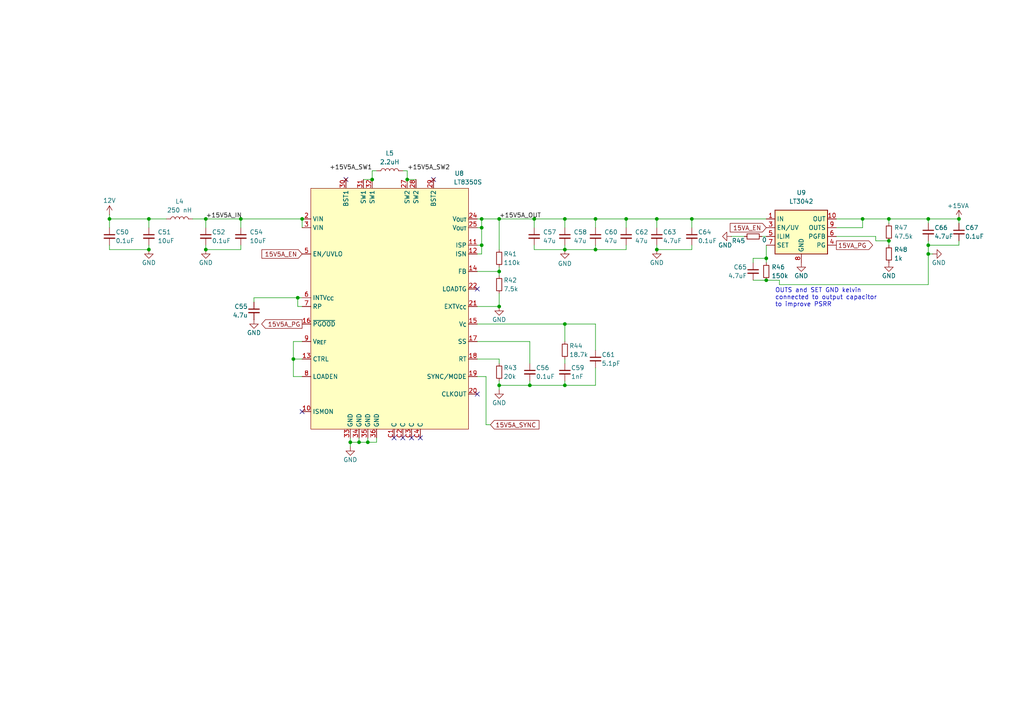
<source format=kicad_sch>
(kicad_sch (version 20250114) (generator "eeschema") (generator_version "9.0")
  (paper "A4")
  (title_block (title "4 channel ADC Module") (date "2025-04-18") (rev "0.1") (company "NOIRLab") (comment 1 "Design: Braulio Cancino Vera - braulio.cancino@noirlab.edu"))
  (lib_symbols
    (symbol "Device:C_Small" (pin_numbers (hide yes)) (pin_names (offset 0.254) (hide yes))
      (property "Reference" "C" (at 0.254 1.778 0))
      (property "Value" "C_Small" (at 0.254 -2.032 0))
      (symbol "C_Small_0_1"
        (polyline (pts (xy -1.524 0.508) (xy 1.524 0.508)) (stroke (width 0.3048)))
        (polyline (pts (xy -1.524 -0.508) (xy 1.524 -0.508)) (stroke (width 0.3302)))
      )
      (symbol "C_Small_1_1"
        (pin passive line (at 0 2.54 270) (length 2.032) (name "~") (number "1"))
        (pin passive line (at 0 -2.54 90) (length 2.032) (name "~") (number "2"))
      )
    )
    (symbol "Device:L" (pin_numbers (hide yes)) (pin_names (offset 1.016) (hide yes))
      (property "Reference" "L" (at -1.27 0 90))
      (property "Value" "L" (at 1.905 0 90))
      (symbol "L_0_1"
        (arc (start 0 2.54) (mid 0.6323 1.905) (end 0 1.27))
        (arc (start 0 1.27) (mid 0.6323 0.635) (end 0 0))
        (arc (start 0 0) (mid 0.6323 -0.635) (end 0 -1.27))
        (arc (start 0 -1.27) (mid 0.6323 -1.905) (end 0 -2.54))
      )
      (symbol "L_1_1"
        (pin passive line (at 0 3.81 270) (length 1.27) (name "1") (number "1"))
        (pin passive line (at 0 -3.81 90) (length 1.27) (name "2") (number "2"))
      )
    )
    (symbol "Device:R_Small" (pin_numbers (hide yes)) (pin_names (offset 0.254) (hide yes))
      (property "Reference" "R" (at 0.762 0.508 0))
      (property "Value" "R_Small" (at 0.762 -1.016 0))
      (symbol "R_Small_0_1"
        (rectangle (start -0.762 1.778) (end 0.762 -1.778) (stroke (width 0.2032)))
      )
      (symbol "R_Small_1_1"
        (pin passive line (at 0 2.54 270) (length 0.762) (name "~") (number "1"))
        (pin passive line (at 0 -2.54 90) (length 0.762) (name "~") (number "2"))
      )
    )
    (symbol "Regulator_Linear:LT3042xMSE"
      (property "Reference" "U" (at -6.35 6.35 0))
      (property "Value" "LT3042xMSE" (at 1.27 6.35 0))
      (symbol "LT3042xMSE_0_1"
        (rectangle (start -7.62 5.08) (end 7.62 -7.62) (stroke (width 0.254)) (fill (type background)))
      )
      (symbol "LT3042xMSE_1_1"
        (pin power_in line (at -10.16 2.54 0) (length 2.54) (name "IN") (number "1"))
        (pin passive line (at -10.16 2.54 0) (length 2.54) (hide yes) (name "IN") (number "2"))
        (pin input line (at -10.16 0 0) (length 2.54) (name "EN/UV") (number "3"))
        (pin passive line (at -10.16 -2.54 0) (length 2.54) (name "ILIM") (number "5"))
        (pin passive line (at -10.16 -5.08 0) (length 2.54) (name "SET") (number "7"))
        (pin passive line (at 0 -10.16 90) (length 2.54) (hide yes) (name "GND") (number "11"))
        (pin power_in line (at 0 -10.16 90) (length 2.54) (name "GND") (number "8"))
        (pin power_out line (at 10.16 2.54 180) (length 2.54) (name "OUT") (number "10"))
        (pin input line (at 10.16 0 180) (length 2.54) (name "OUTS") (number "9"))
        (pin input line (at 10.16 -2.54 180) (length 2.54) (name "PGFB") (number "6"))
        (pin open_collector line (at 10.16 -5.08 180) (length 2.54) (name "PG") (number "4"))
      )
    )
    (symbol "lib:LT8350S"
      (property "Reference" "U?" (at 1.778 -51.562 0))
      (property "Value" "LT8350S" (at 3.556 -54.61 0))
      (symbol "LT8350S_1_1"
        (rectangle (start -22.86 31.75) (end 22.86 -38.1) (fill (type background)))
        (pin power_in line (at -25.4 22.86 0) (length 2.54) (name "VIN") (number "2"))
        (pin power_in line (at -25.4 20.32 0) (length 2.54) (name "VIN") (number "3"))
        (pin input line (at -25.4 12.7 0) (length 2.54) (name "EN/UVLO") (number "5"))
        (pin output line (at -25.4 0 0) (length 2.54) (name "INTV_{CC}") (number "6"))
        (pin passive line (at -25.4 -2.54 0) (length 2.54) (name "RP") (number "7"))
        (pin open_collector line (at -25.4 -7.62 0) (length 2.54) (name "~{PGOOD}") (number "16"))
        (pin output line (at -25.4 -12.7 0) (length 2.54) (name "V_{REF}") (number "9"))
        (pin input line (at -25.4 -17.78 0) (length 2.54) (name "CTRL") (number "13"))
        (pin input line (at -25.4 -22.86 0) (length 2.54) (name "LOADEN") (number "8"))
        (pin output line (at -25.4 -33.02 0) (length 2.54) (name "ISMON") (number "10"))
        (pin no_connect line (at -12.7 34.29 270) (length 2.54) (name "BST1") (number "30"))
        (pin power_in line (at -11.43 -40.64 90) (length 2.54) (name "GND") (number "33"))
        (pin power_in line (at -8.89 -40.64 90) (length 2.54) (name "GND") (number "34"))
        (pin output line (at -7.62 34.29 270) (length 2.54) (name "SW1") (number "31"))
        (pin power_in line (at -6.35 -40.64 90) (length 2.54) (name "GND") (number "35"))
        (pin output line (at -5.08 34.29 270) (length 2.54) (name "SW1") (number "32"))
        (pin power_in line (at -3.81 -40.64 90) (length 2.54) (name "GND") (number "36"))
        (pin free line (at 1.27 -40.64 90) (length 2.54) (name "C") (number "C1"))
        (pin free line (at 3.81 -40.64 90) (length 2.54) (name "C") (number "C2"))
        (pin output line (at 5.08 34.29 270) (length 2.54) (name "SW2") (number "27"))
        (pin free line (at 6.35 -40.64 90) (length 2.54) (name "C") (number "C3"))
        (pin output line (at 7.62 34.29 270) (length 2.54) (name "SW2") (number "28"))
        (pin free line (at 8.89 -40.64 90) (length 2.54) (name "C") (number "C4"))
        (pin no_connect line (at 12.7 34.29 270) (length 2.54) (name "BST2") (number "29"))
        (pin power_out line (at 25.4 22.86 180) (length 2.54) (name "V_{OUT}") (number "24"))
        (pin power_out line (at 25.4 20.32 180) (length 2.54) (name "V_{OUT}") (number "25"))
        (pin input line (at 25.4 15.24 180) (length 2.54) (name "ISP") (number "11"))
        (pin input line (at 25.4 12.7 180) (length 2.54) (name "ISN") (number "12"))
        (pin input line (at 25.4 7.62 180) (length 2.54) (name "FB") (number "14"))
        (pin output line (at 25.4 2.54 180) (length 2.54) (name "LOADTG") (number "22"))
        (pin input line (at 25.4 -2.54 180) (length 2.54) (name "EXTV_{CC}") (number "21"))
        (pin input line (at 25.4 -7.62 180) (length 2.54) (name "V_{C}") (number "15"))
        (pin input line (at 25.4 -12.7 180) (length 2.54) (name "SS") (number "17"))
        (pin input line (at 25.4 -17.78 180) (length 2.54) (name "RT") (number "18"))
        (pin input line (at 25.4 -22.86 180) (length 2.54) (name "SYNC/MODE") (number "19"))
        (pin output line (at 25.4 -27.94 180) (length 2.54) (name "CLKOUT") (number "20"))
      )
    )
    (symbol "power:+12V" (power) (pin_numbers (hide yes)) (pin_names (offset 0) (hide yes))
      (property "Value" "+12V" (at 0 3.556 0))
      (symbol "+12V_0_1"
        (polyline (pts (xy -0.762 1.27) (xy 0 2.54)))
        (polyline (pts (xy 0 2.54) (xy 0.762 1.27)))
        (polyline (pts (xy 0 0) (xy 0 2.54)))
      )
      (symbol "+12V_1_1"
        (pin power_in line (at 0 0 90) (length 0) (name "~") (number "1"))
      )
    )
    (symbol "power:GND" (power) (pin_numbers (hide yes)) (pin_names (offset 0) (hide yes))
      (property "Value" "GND" (at 0 -3.81 0))
      (symbol "GND_0_1"
        (polyline (pts (xy 0 0) (xy 0 -1.27) (xy 1.27 -1.27) (xy 0 -2.54) (xy -1.27 -1.27) (xy 0 -1.27)))
      )
      (symbol "GND_1_1"
        (pin power_in line (at 0 0 270) (length 0) (name "~") (number "1"))
      )
    )
  )
  (text "OUTS and SET GND kelvin \nconnected to output capacitor\nto improve PSRR" (at 224.79 86.36 0) (effects (font (size 1.27 1.27)) (justify left)))
  (junction (at 139.7 63.5))
  (junction (at 118.11 52.07))
  (junction (at 163.83 93.98))
  (junction (at 172.72 63.5))
  (junction (at 257.81 69.85))
  (junction (at 87.63 63.5))
  (junction (at 154.94 63.5))
  (junction (at 257.81 63.5))
  (junction (at 269.24 71.12))
  (junction (at 144.78 111.76))
  (junction (at 163.83 63.5))
  (junction (at 43.18 63.5))
  (junction (at 104.14 128.27))
  (junction (at 101.6 128.27))
  (junction (at 139.7 66.04))
  (junction (at 43.18 72.39))
  (junction (at 107.95 52.07))
  (junction (at 190.5 63.5))
  (junction (at 269.24 73.66))
  (junction (at 31.75 63.5))
  (junction (at 190.5 72.39))
  (junction (at 59.69 63.5))
  (junction (at 69.85 63.5))
  (junction (at 144.78 63.5))
  (junction (at 85.09 104.14))
  (junction (at 86.36 86.36))
  (junction (at 163.83 111.76))
  (junction (at 144.78 88.9))
  (junction (at 144.78 78.74))
  (junction (at 172.72 72.39))
  (junction (at 163.83 72.39))
  (junction (at 181.61 63.5))
  (junction (at 278.13 63.5))
  (junction (at 59.69 72.39))
  (junction (at 222.25 74.93))
  (junction (at 222.25 81.28))
  (junction (at 106.68 128.27))
  (junction (at 153.67 111.76))
  (junction (at 250.19 63.5))
  (junction (at 139.7 71.12))
  (junction (at 200.66 63.5))
  (junction (at 269.24 63.5))
  (no_connect (at 121.92 127))
  (no_connect (at 119.38 127))
  (no_connect (at 100.33 52.07))
  (no_connect (at 114.3 127))
  (no_connect (at 138.43 83.82))
  (no_connect (at 116.84 127))
  (no_connect (at 125.73 52.07))
  (no_connect (at 138.43 114.3))
  (no_connect (at 87.63 119.38))
  (wire (pts (xy 250.19 66.04) (xy 250.19 63.5)))
  (wire (pts (xy 144.78 113.03) (xy 144.78 111.76)))
  (wire (pts (xy 139.7 63.5) (xy 144.78 63.5)))
  (wire (pts (xy 172.72 72.39) (xy 181.61 72.39)))
  (wire (pts (xy 250.19 63.5) (xy 257.81 63.5)))
  (wire (pts (xy 144.78 63.5) (xy 154.94 63.5)))
  (wire (pts (xy 163.83 111.76) (xy 172.72 111.76)))
  (wire (pts (xy 144.78 85.09) (xy 144.78 88.9)))
  (wire (pts (xy 86.36 88.9) (xy 87.63 88.9)))
  (wire (pts (xy 269.24 82.55) (xy 269.24 73.66)))
  (wire (pts (xy 144.78 105.41) (xy 144.78 104.14)))
  (wire (pts (xy 257.81 63.5) (xy 269.24 63.5)))
  (wire (pts (xy 269.24 71.12) (xy 269.24 73.66)))
  (wire (pts (xy 59.69 63.5) (xy 69.85 63.5)))
  (wire (pts (xy 200.66 66.04) (xy 200.66 63.5)))
  (wire (pts (xy 254 69.85) (xy 257.81 69.85)))
  (wire (pts (xy 138.43 63.5) (xy 139.7 63.5)))
  (wire (pts (xy 69.85 63.5) (xy 87.63 63.5)))
  (wire (pts (xy 142.24 123.19) (xy 140.97 123.19)))
  (wire (pts (xy 222.25 71.12) (xy 222.25 74.93)))
  (wire (pts (xy 107.95 49.53) (xy 109.22 49.53)))
  (wire (pts (xy 257.81 71.12) (xy 257.81 69.85)))
  (wire (pts (xy 153.67 111.76) (xy 163.83 111.76)))
  (wire (pts (xy 190.5 63.5) (xy 200.66 63.5)))
  (wire (pts (xy 144.78 80.01) (xy 144.78 78.74)))
  (wire (pts (xy 139.7 66.04) (xy 139.7 71.12)))
  (wire (pts (xy 59.69 71.12) (xy 59.69 72.39)))
  (wire (pts (xy 118.11 52.07) (xy 120.65 52.07)))
  (wire (pts (xy 163.83 105.41) (xy 163.83 104.14)))
  (wire (pts (xy 106.68 127) (xy 106.68 128.27)))
  (wire (pts (xy 140.97 109.22) (xy 138.43 109.22)))
  (wire (pts (xy 172.72 63.5) (xy 181.61 63.5)))
  (wire (pts (xy 154.94 63.5) (xy 154.94 66.04)))
  (wire (pts (xy 144.78 111.76) (xy 144.78 110.49)))
  (wire (pts (xy 101.6 129.54) (xy 101.6 128.27)))
  (wire (pts (xy 218.44 74.93) (xy 222.25 74.93)))
  (wire (pts (xy 31.75 71.12) (xy 31.75 72.39)))
  (wire (pts (xy 218.44 76.2) (xy 218.44 74.93)))
  (wire (pts (xy 138.43 66.04) (xy 139.7 66.04)))
  (wire (pts (xy 31.75 62.23) (xy 31.75 63.5)))
  (wire (pts (xy 87.63 109.22) (xy 85.09 109.22)))
  (wire (pts (xy 31.75 63.5) (xy 43.18 63.5)))
  (wire (pts (xy 87.63 63.5) (xy 87.63 66.04)))
  (wire (pts (xy 226.06 82.55) (xy 269.24 82.55)))
  (wire (pts (xy 163.83 63.5) (xy 163.83 66.04)))
  (wire (pts (xy 163.83 99.06) (xy 163.83 93.98)))
  (wire (pts (xy 43.18 71.12) (xy 43.18 72.39)))
  (wire (pts (xy 163.83 71.12) (xy 163.83 72.39)))
  (wire (pts (xy 163.83 110.49) (xy 163.83 111.76)))
  (wire (pts (xy 85.09 109.22) (xy 85.09 104.14)))
  (wire (pts (xy 215.9 68.58) (xy 212.09 68.58)))
  (wire (pts (xy 59.69 63.5) (xy 59.69 66.04)))
  (wire (pts (xy 138.43 71.12) (xy 139.7 71.12)))
  (wire (pts (xy 85.09 104.14) (xy 85.09 99.06)))
  (wire (pts (xy 154.94 71.12) (xy 154.94 72.39)))
  (wire (pts (xy 163.83 93.98) (xy 172.72 93.98)))
  (wire (pts (xy 105.41 52.07) (xy 107.95 52.07)))
  (wire (pts (xy 31.75 72.39) (xy 43.18 72.39)))
  (wire (pts (xy 43.18 63.5) (xy 43.18 66.04)))
  (wire (pts (xy 118.11 49.53) (xy 118.11 52.07)))
  (wire (pts (xy 172.72 72.39) (xy 172.72 71.12)))
  (wire (pts (xy 172.72 101.6) (xy 172.72 93.98)))
  (wire (pts (xy 73.66 86.36) (xy 86.36 86.36)))
  (wire (pts (xy 200.66 63.5) (xy 222.25 63.5)))
  (wire (pts (xy 172.72 106.68) (xy 172.72 111.76)))
  (wire (pts (xy 104.14 127) (xy 104.14 128.27)))
  (wire (pts (xy 269.24 73.66) (xy 270.51 73.66)))
  (wire (pts (xy 172.72 63.5) (xy 172.72 66.04)))
  (wire (pts (xy 144.78 63.5) (xy 144.78 72.39)))
  (wire (pts (xy 190.5 63.5) (xy 190.5 66.04)))
  (wire (pts (xy 163.83 93.98) (xy 138.43 93.98)))
  (wire (pts (xy 242.57 68.58) (xy 254 68.58)))
  (wire (pts (xy 69.85 71.12) (xy 69.85 72.39)))
  (wire (pts (xy 181.61 63.5) (xy 190.5 63.5)))
  (wire (pts (xy 73.66 86.36) (xy 73.66 87.63)))
  (wire (pts (xy 153.67 105.41) (xy 153.67 99.06)))
  (wire (pts (xy 104.14 128.27) (xy 106.68 128.27)))
  (wire (pts (xy 163.83 72.39) (xy 172.72 72.39)))
  (wire (pts (xy 278.13 69.85) (xy 278.13 71.12)))
  (wire (pts (xy 154.94 72.39) (xy 163.83 72.39)))
  (wire (pts (xy 138.43 73.66) (xy 139.7 73.66)))
  (wire (pts (xy 139.7 71.12) (xy 139.7 73.66)))
  (wire (pts (xy 269.24 69.85) (xy 269.24 71.12)))
  (wire (pts (xy 138.43 78.74) (xy 144.78 78.74)))
  (wire (pts (xy 254 68.58) (xy 254 69.85)))
  (wire (pts (xy 222.25 81.28) (xy 226.06 81.28)))
  (wire (pts (xy 139.7 63.5) (xy 139.7 66.04)))
  (wire (pts (xy 86.36 86.36) (xy 86.36 88.9)))
  (wire (pts (xy 116.84 49.53) (xy 118.11 49.53)))
  (wire (pts (xy 138.43 88.9) (xy 144.78 88.9)))
  (wire (pts (xy 43.18 63.5) (xy 48.26 63.5)))
  (wire (pts (xy 59.69 72.39) (xy 69.85 72.39)))
  (wire (pts (xy 181.61 63.5) (xy 181.61 66.04)))
  (wire (pts (xy 87.63 104.14) (xy 85.09 104.14)))
  (wire (pts (xy 181.61 71.12) (xy 181.61 72.39)))
  (wire (pts (xy 55.88 63.5) (xy 59.69 63.5)))
  (wire (pts (xy 226.06 81.28) (xy 226.06 82.55)))
  (wire (pts (xy 278.13 63.5) (xy 278.13 64.77)))
  (wire (pts (xy 85.09 99.06) (xy 87.63 99.06)))
  (wire (pts (xy 190.5 72.39) (xy 200.66 72.39)))
  (wire (pts (xy 138.43 99.06) (xy 153.67 99.06)))
  (wire (pts (xy 242.57 63.5) (xy 250.19 63.5)))
  (wire (pts (xy 200.66 71.12) (xy 200.66 72.39)))
  (wire (pts (xy 144.78 111.76) (xy 153.67 111.76)))
  (wire (pts (xy 31.75 66.04) (xy 31.75 63.5)))
  (wire (pts (xy 138.43 104.14) (xy 144.78 104.14)))
  (wire (pts (xy 163.83 63.5) (xy 172.72 63.5)))
  (wire (pts (xy 87.63 86.36) (xy 86.36 86.36)))
  (wire (pts (xy 222.25 74.93) (xy 222.25 76.2)))
  (wire (pts (xy 269.24 63.5) (xy 278.13 63.5)))
  (wire (pts (xy 101.6 128.27) (xy 104.14 128.27)))
  (wire (pts (xy 154.94 63.5) (xy 163.83 63.5)))
  (wire (pts (xy 278.13 71.12) (xy 269.24 71.12)))
  (wire (pts (xy 190.5 72.39) (xy 190.5 71.12)))
  (wire (pts (xy 153.67 111.76) (xy 153.67 110.49)))
  (wire (pts (xy 140.97 123.19) (xy 140.97 109.22)))
  (wire (pts (xy 144.78 77.47) (xy 144.78 78.74)))
  (wire (pts (xy 220.98 68.58) (xy 222.25 68.58)))
  (wire (pts (xy 69.85 66.04) (xy 69.85 63.5)))
  (wire (pts (xy 257.81 64.77) (xy 257.81 63.5)))
  (wire (pts (xy 109.22 127) (xy 109.22 128.27)))
  (wire (pts (xy 242.57 66.04) (xy 250.19 66.04)))
  (wire (pts (xy 106.68 128.27) (xy 109.22 128.27)))
  (wire (pts (xy 269.24 64.77) (xy 269.24 63.5)))
  (wire (pts (xy 101.6 128.27) (xy 101.6 127)))
  (wire (pts (xy 107.95 52.07) (xy 107.95 49.53)))
  (wire (pts (xy 218.44 81.28) (xy 222.25 81.28)))
  (label "+15V5A_OUT" (at 144.78 63.5 0))
  (label "+15V5A_IN" (at 59.69 63.5 0))
  (label "+15V5A_SW2" (at 118.11 49.53 0))
  (label "+15V5A_SW1" (at 107.95 49.53 180))
  (global_label "15VA_PG" (shape output) (at 242.57 71.12 0) (property "Intersheetrefs" "${INTERSHEET_REFS}" (effects (hide yes))))
  (global_label "15V5A_EN" (shape input) (at 87.63 73.66 180) (property "Intersheetrefs" "${INTERSHEET_REFS}" (effects (hide yes))))
  (global_label "15V5A_PG" (shape output) (at 87.63 93.98 180) (property "Intersheetrefs" "${INTERSHEET_REFS}" (effects (hide yes))))
  (global_label "15V5A_SYNC" (shape input) (at 142.24 123.19 0) (property "Intersheetrefs" "${INTERSHEET_REFS}" (effects (hide yes))))
  (global_label "15VA_EN" (shape input) (at 222.25 66.04 180) (property "Intersheetrefs" "${INTERSHEET_REFS}" (effects (hide yes))))
  (symbol (lib_id "Device:C_Small") (at 190.5 68.58 0) (unit 1)
    (property "Reference" "C63" (at 192.278 67.31 0) (effects (justify left)))
    (property "Value" "4.7uF" (at 192.278 69.85 0) (effects (justify left)))
    (property "Footprint" "Capacitor_SMD:C_1206_3216Metric" (effects (hide yes)))
    (property "Description" "4.7 µF ±10% 100V Ceramic Capacitor X7R 1206 (3216 Metric)" (effects (hide yes)))
    (property "M" "MURATA" (effects (hide yes)))
    (property "MPN" "GRM31CZ72A475KE11L" (effects (hide yes)))
  )
  (symbol (lib_id "Device:C_Small") (at 163.83 107.95 0) (unit 1)
    (property "Reference" "C59" (at 165.608 106.68 0) (effects (justify left)))
    (property "Value" "1nF" (at 165.608 109.22 0) (effects (justify left)))
    (property "Footprint" "Capacitor_SMD:C_0603_1608Metric" (effects (hide yes)))
    (property "Description" "1000 pF ±5% 100V Ceramic Capacitor C0G, NP0 0603 (1608 Metric)" (effects (hide yes)))
    (property "M" "MURATA" (effects (hide yes)))
    (property "MPN" "GCM1885C2A102JA16D" (effects (hide yes)))
  )
  (symbol (lib_id "power:GND") (at 144.78 113.03 0) (unit 1)
    (property "Reference" "#PWR088" (effects (hide yes)))
    (property "Value" "GND" (at 144.78 116.84 0))
    (property "Description" "Power symbol creates a global label with name \"GND\" , ground" (effects (hide yes)))
  )
  (symbol (lib_id "Device:R_Small") (at 257.81 73.66 0) (mirror y) (unit 1)
    (property "Reference" "R48" (at 259.334 72.39 0) (effects (justify right)))
    (property "Value" "1k" (at 259.334 74.93 0) (effects (justify right)))
    (property "Footprint" "Resistor_SMD:R_0603_1608Metric" (effects (hide yes)))
    (property "Description" "1 kOhms ±1% 0.1W, 1/10W Chip Resistor 0603 (1608 Metric) Automotive AEC-Q200 Thick Film" (effects (hide yes)))
    (property "M" "VISHAY" (effects (hide yes)))
    (property "MPN" "CRCW06031K00FKEA" (effects (hide yes)))
  )
  (symbol (lib_id "power:+12V") (at 278.13 63.5 0) (unit 1)
    (property "Reference" "#PWR095" (effects (hide yes)))
    (property "Value" "+15VA" (at 277.876 59.69 0))
    (property "Description" "Power symbol creates a global label with name \"+12V\"" (effects (hide yes)))
  )
  (symbol (lib_id "Device:C_Small") (at 181.61 68.58 0) (unit 1)
    (property "Reference" "C62" (at 184.15 67.3162 0) (effects (justify left)))
    (property "Value" "47u" (at 184.15 69.8562 0) (effects (justify left)))
    (property "Footprint" "Capacitor_SMD:C_1210_3225Metric" (effects (hide yes)))
    (property "Description" "47 µF ±20% 25V Ceramic Capacitor X5R 1210 (3225 Metric)" (effects (hide yes)))
    (property "M" "TAIYO YUDEN" (effects (hide yes)))
    (property "MPN" "TMK325ABJ476MM-P" (effects (hide yes)))
  )
  (symbol (lib_id "power:GND") (at 212.09 68.58 270) (unit 1)
    (property "Reference" "#PWR091" (effects (hide yes)))
    (property "Value" "GND" (at 210.312 71.12 90))
    (property "Description" "Power symbol creates a global label with name \"GND\" , ground" (effects (hide yes)))
  )
  (symbol (lib_id "Device:C_Small") (at 163.83 68.58 0) (unit 1)
    (property "Reference" "C58" (at 166.37 67.3162 0) (effects (justify left)))
    (property "Value" "47u" (at 166.37 69.8562 0) (effects (justify left)))
    (property "Footprint" "Capacitor_SMD:C_1210_3225Metric" (effects (hide yes)))
    (property "Description" "47 µF ±20% 25V Ceramic Capacitor X5R 1210 (3225 Metric)" (effects (hide yes)))
    (property "M" "TAIYO YUDEN" (effects (hide yes)))
    (property "MPN" "TMK325ABJ476MM-P" (effects (hide yes)))
  )
  (symbol (lib_id "Device:L") (at 52.07 63.5 90) (unit 1)
    (property "Reference" "L4" (at 52.07 58.42 90))
    (property "Value" "250 nH" (at 52.07 60.96 90))
    (property "Footprint" "Inductor_SMD:L_1210_3225Metric" (effects (hide yes)))
    (property "Description" "250 nH Unshielded Molded Inductor 9.35 A 31mOhm Max 1210 (3225 Metric)" (effects (hide yes)))
    (property "M" "WURTH ELEKTRONIK" (effects (hide yes)))
    (property "MPN" "74479290125" (effects (hide yes)))
  )
  (symbol (lib_id "Device:L") (at 113.03 49.53 90) (unit 1)
    (property "Reference" "L5" (at 113.03 44.45 90))
    (property "Value" "2.2uH" (at 113.03 46.99 90))
    (property "Footprint" "lib:XGL1313" (effects (hide yes)))
    (property "Description" "2.2 µH Shielded Molded Inductor 45.1 A 1.6mOhm Max 2-SMD" (effects (hide yes)))
    (property "M" "COILCRAFT" (effects (hide yes)))
    (property "MPN" "XGL1313-222MED" (effects (hide yes)))
  )
  (symbol (lib_id "power:GND") (at 144.78 88.9 0) (unit 1)
    (property "Reference" "#PWR087" (effects (hide yes)))
    (property "Value" "GND" (at 144.78 92.71 0))
    (property "Description" "Power symbol creates a global label with name \"GND\" , ground" (effects (hide yes)))
  )
  (symbol (lib_id "power:GND") (at 43.18 72.39 0) (unit 1)
    (property "Reference" "#PWR082" (effects (hide yes)))
    (property "Value" "GND" (at 43.18 76.2 0))
    (property "Description" "Power symbol creates a global label with name \"GND\" , ground" (effects (hide yes)))
  )
  (symbol (lib_id "Device:C_Small") (at 59.69 68.58 0) (unit 1)
    (property "Reference" "C52" (at 61.468 67.31 0) (effects (justify left)))
    (property "Value" "0.1uF" (at 61.468 69.85 0) (effects (justify left)))
    (property "Footprint" "Capacitor_SMD:C_0402_1005Metric" (effects (hide yes)))
    (property "Description" "0.1 µF ±10% 50V Ceramic Capacitor X7R 0402 (1005 Metric)" (effects (hide yes)))
    (property "M" "MURATA" (effects (hide yes)))
    (property "MPN" "GCM155R71H104KE02J" (effects (hide yes)))
  )
  (symbol (lib_id "Device:C_Small") (at 43.18 68.58 0) (unit 1)
    (property "Reference" "C51" (at 45.72 67.3162 0) (effects (justify left)))
    (property "Value" "10uF" (at 45.72 69.8562 0) (effects (justify left)))
    (property "Footprint" "Capacitor_SMD:C_1206_3216Metric" (effects (hide yes)))
    (property "Description" "10 µF ±10% 35V Ceramic Capacitor X7R 1206 (3216 Metric)" (effects (hide yes)))
    (property "M" "TAIYO" (effects (hide yes)))
    (property "MPN" "GMK316AB7106KL-TR" (effects (hide yes)))
  )
  (symbol (lib_id "Device:R_Small") (at 144.78 82.55 0) (unit 1)
    (property "Reference" "R42" (at 146.05 81.28 0) (effects (justify left)))
    (property "Value" "7.5k" (at 146.05 83.82 0) (effects (justify left)))
    (property "Footprint" "Resistor_SMD:R_0603_1608Metric" (effects (hide yes)))
    (property "Description" "7.5 kOhms ±1% 0.1W, 1/10W Chip Resistor 0603 (1608 Metric) Automotive AEC-Q200 Thick Film" (effects (hide yes)))
    (property "M" "VISHAY" (effects (hide yes)))
    (property "MPN" "CRCW06037K50FKEA" (effects (hide yes)))
  )
  (symbol (lib_id "power:GND") (at 257.81 76.2 0) (unit 1)
    (property "Reference" "#PWR093" (effects (hide yes)))
    (property "Value" "GND" (at 257.81 80.01 0))
    (property "Description" "Power symbol creates a global label with name \"GND\" , ground" (effects (hide yes)))
  )
  (symbol (lib_id "Device:R_Small") (at 257.81 67.31 0) (mirror y) (unit 1)
    (property "Reference" "R47" (at 259.334 66.04 0) (effects (justify right)))
    (property "Value" "47.5k" (at 259.334 68.58 0) (effects (justify right)))
    (property "Footprint" "Resistor_SMD:R_0603_1608Metric" (effects (hide yes)))
    (property "Description" "47.5 kOhms ±1% 0.1W, 1/10W Chip Resistor 0603 (1608 Metric) Automotive AEC-Q200 Thick Film" (effects (hide yes)))
    (property "M" "VISHAY" (effects (hide yes)))
    (property "MPN" "CRCW060347K5FKEA" (effects (hide yes)))
  )
  (symbol (lib_id "power:GND") (at 163.83 72.39 0) (unit 1)
    (property "Reference" "#PWR089" (effects (hide yes)))
    (property "Value" "GND" (at 163.83 76.454 0))
    (property "Description" "Power symbol creates a global label with name \"GND\" , ground" (effects (hide yes)))
  )
  (symbol (lib_id "Device:C_Small") (at 154.94 68.58 0) (unit 1)
    (property "Reference" "C57" (at 157.48 67.3162 0) (effects (justify left)))
    (property "Value" "47u" (at 157.48 69.8562 0) (effects (justify left)))
    (property "Footprint" "Capacitor_SMD:C_1210_3225Metric" (effects (hide yes)))
    (property "Description" "47 µF ±20% 25V Ceramic Capacitor X5R 1210 (3225 Metric)" (effects (hide yes)))
    (property "M" "TAIYO YUDEN" (effects (hide yes)))
    (property "MPN" "TMK325ABJ476MM-P" (effects (hide yes)))
  )
  (symbol (lib_id "power:GND") (at 101.6 129.54 0) (unit 1)
    (property "Reference" "#PWR086" (effects (hide yes)))
    (property "Value" "GND" (at 101.6 133.35 0))
    (property "Description" "Power symbol creates a global label with name \"GND\" , ground" (effects (hide yes)))
  )
  (symbol (lib_id "Device:C_Small") (at 269.24 67.31 0) (unit 1)
    (property "Reference" "C66" (at 271.018 66.04 0) (effects (justify left)))
    (property "Value" "4.7uF" (at 271.018 68.58 0) (effects (justify left)))
    (property "Footprint" "Capacitor_SMD:C_1206_3216Metric" (effects (hide yes)))
    (property "Description" "4.7 µF ±10% 100V Ceramic Capacitor X7R 1206 (3216 Metric)" (effects (hide yes)))
    (property "M" "MURATA" (effects (hide yes)))
    (property "MPN" "GRM31CZ72A475KE11L" (effects (hide yes)))
  )
  (symbol (lib_id "Device:C_Small") (at 73.66 90.17 0) (mirror y) (unit 1)
    (property "Reference" "C55" (at 71.882 88.9 0) (effects (justify left)))
    (property "Value" "4.7u" (at 71.882 91.44 0) (effects (justify left)))
    (property "Footprint" "Capacitor_SMD:C_0603_1608Metric" (effects (hide yes)))
    (property "Description" "4.7 µF ±10% 25V Ceramic Capacitor X5R 0603 (1608 Metric)" (effects (hide yes)))
    (property "M" "MURATA" (effects (hide yes)))
    (property "MPN" "GRT188R61E475KE13D" (effects (hide yes)))
  )
  (symbol (lib_id "Device:C_Small") (at 31.75 68.58 0) (unit 1)
    (property "Reference" "C50" (at 33.528 67.31 0) (effects (justify left)))
    (property "Value" "0.1uF" (at 33.528 69.85 0) (effects (justify left)))
    (property "Footprint" "Capacitor_SMD:C_0402_1005Metric" (effects (hide yes)))
    (property "Description" "0.1 µF ±10% 50V Ceramic Capacitor X7R 0402 (1005 Metric)" (effects (hide yes)))
    (property "M" "MURATA" (effects (hide yes)))
    (property "MPN" "GCM155R71H104KE02J" (effects (hide yes)))
  )
  (symbol (lib_id "Device:C_Small") (at 153.67 107.95 0) (unit 1)
    (property "Reference" "C56" (at 155.448 106.68 0) (effects (justify left)))
    (property "Value" "0.1uF" (at 155.448 109.22 0) (effects (justify left)))
    (property "Footprint" "Capacitor_SMD:C_0402_1005Metric" (effects (hide yes)))
    (property "Description" "0.1 µF ±10% 50V Ceramic Capacitor X7R 0402 (1005 Metric)" (effects (hide yes)))
    (property "M" "MURATA" (effects (hide yes)))
    (property "MPN" "GCM155R71H104KE02J" (effects (hide yes)))
  )
  (symbol (lib_id "power:GND") (at 73.66 92.71 0) (unit 1)
    (property "Reference" "#PWR084" (effects (hide yes)))
    (property "Value" "GND" (at 73.66 96.52 0))
    (property "Description" "Power symbol creates a global label with name \"GND\" , ground" (effects (hide yes)))
  )
  (symbol (lib_id "lib:LT8350S") (at 113.03 86.36 0) (unit 1)
    (property "Reference" "U8" (at 131.826 50.292 0) (effects (justify left)))
    (property "Value" "LT8350S" (at 131.572 52.832 0) (effects (justify left)))
    (property "Footprint" "lib:LT8350S" (effects (hide yes)))
    (property "Description" "Buck-Boost Switching Regulator IC Positive Adjustable 1V 1 Output 6A 32-TFQFN Exposed Pad, 28 Leads" (effects (hide yes)))
    (property "M" "ANALOG" (effects (hide yes)))
    (property "MPN" "LT8350SAV#PBF" (effects (hide yes)))
  )
  (symbol (lib_id "Device:C_Small") (at 278.13 67.31 0) (unit 1)
    (property "Reference" "C67" (at 279.908 66.04 0) (effects (justify left)))
    (property "Value" "0.1uF" (at 279.908 68.58 0) (effects (justify left)))
    (property "Footprint" "Capacitor_SMD:C_0603_1608Metric" (effects (hide yes)))
    (property "Description" "0.1 µF ±10% 100V Ceramic Capacitor X7R 0603 (1608 Metric)" (effects (hide yes)))
    (property "M" "TAIYO" (effects (hide yes)))
    (property "MPN" "HMK107B7104KAHT" (effects (hide yes)))
  )
  (symbol (lib_id "power:+12V") (at 31.75 62.23 0) (unit 1)
    (property "Reference" "#PWR081" (effects (hide yes)))
    (property "Value" "12V" (at 31.75 58.166 0))
    (property "Description" "Power symbol creates a global label with name \"+12V\"" (effects (hide yes)))
  )
  (symbol (lib_id "Device:C_Small") (at 69.85 68.58 0) (unit 1)
    (property "Reference" "C54" (at 72.39 67.3162 0) (effects (justify left)))
    (property "Value" "10uF" (at 72.39 69.8562 0) (effects (justify left)))
    (property "Footprint" "Capacitor_SMD:C_1206_3216Metric" (effects (hide yes)))
    (property "Description" "10 µF ±10% 35V Ceramic Capacitor X7R 1206 (3216 Metric)" (effects (hide yes)))
    (property "M" "TAIYO" (effects (hide yes)))
    (property "MPN" "GMK316AB7106KL-TR" (effects (hide yes)))
  )
  (symbol (lib_id "Device:C_Small") (at 218.44 78.74 0) (mirror y) (unit 1)
    (property "Reference" "C65" (at 216.662 77.47 0) (effects (justify left)))
    (property "Value" "4.7uF" (at 216.662 80.01 0) (effects (justify left)))
    (property "Footprint" "Capacitor_SMD:C_1206_3216Metric" (effects (hide yes)))
    (property "Description" "4.7 µF ±10% 100V Ceramic Capacitor X7R 1206 (3216 Metric)" (effects (hide yes)))
    (property "M" "MURATA" (effects (hide yes)))
    (property "MPN" "GRM31CZ72A475KE11L" (effects (hide yes)))
  )
  (symbol (lib_id "power:GND") (at 270.51 73.66 90) (mirror x) (unit 1)
    (property "Reference" "#PWR094" (effects (hide yes)))
    (property "Value" "GND" (at 272.288 76.2 90))
    (property "Description" "Power symbol creates a global label with name \"GND\" , ground" (effects (hide yes)))
  )
  (symbol (lib_id "power:GND") (at 190.5 72.39 0) (unit 1)
    (property "Reference" "#PWR090" (effects (hide yes)))
    (property "Value" "GND" (at 190.5 76.2 0))
    (property "Description" "Power symbol creates a global label with name \"GND\" , ground" (effects (hide yes)))
  )
  (symbol (lib_id "power:GND") (at 59.69 72.39 0) (unit 1)
    (property "Reference" "#PWR083" (effects (hide yes)))
    (property "Value" "GND" (at 59.69 76.2 0))
    (property "Description" "Power symbol creates a global label with name \"GND\" , ground" (effects (hide yes)))
  )
  (symbol (lib_id "Device:R_Small") (at 144.78 74.93 0) (unit 1)
    (property "Reference" "R41" (at 146.05 73.66 0) (effects (justify left)))
    (property "Value" "110k" (at 146.05 76.2 0) (effects (justify left)))
    (property "Footprint" "Resistor_SMD:R_0603_1608Metric" (effects (hide yes)))
    (property "Description" "110 kOhms ±1% 0.1W, 1/10W Chip Resistor 0603 (1608 Metric) Automotive AEC-Q200 Thick Film" (effects (hide yes)))
    (property "M" "VISHAY" (effects (hide yes)))
    (property "MPN" "CRCW0603110KFKEA" (effects (hide yes)))
  )
  (symbol (lib_id "Device:R_Small") (at 222.25 78.74 0) (unit 1)
    (property "Reference" "R46" (at 223.774 77.47 0) (effects (justify left)))
    (property "Value" "150k" (at 223.774 80.01 0) (effects (justify left)))
    (property "Footprint" "Resistor_SMD:R_0603_1608Metric" (effects (hide yes)))
    (property "Description" "150 kOhms ±0.1% 0.21W Chip Resistor 0603 (1608 Metric) Anti-Sulfur, Automotive AEC-Q200, Moisture Resistant Thin Film" (effects (hide yes)))
    (property "M" "VISHAY" (effects (hide yes)))
    (property "MPN" "TNPW0603150KBEEA" (effects (hide yes)))
  )
  (symbol (lib_id "Device:R_Small") (at 218.44 68.58 90) (mirror x) (unit 1)
    (property "Reference" "R45" (at 216.154 69.85 90) (effects (justify left)))
    (property "Value" "0" (at 220.98 69.596 90) (effects (justify right)))
    (property "Footprint" "Resistor_SMD:R_0603_1608Metric" (effects (hide yes)))
    (property "Description" "0 Ohms Jumper Chip Resistor 0603 (1608 Metric) Automotive AEC-Q200 Thick Film" (effects (hide yes)))
    (property "M" "VISHAY" (effects (hide yes)))
    (property "MPN" "CRCW06030000Z0EA" (effects (hide yes)))
  )
  (symbol (lib_id "Device:C_Small") (at 172.72 104.14 0) (unit 1)
    (property "Reference" "C61" (at 174.498 102.87 0) (effects (justify left)))
    (property "Value" "5.1pF" (at 174.498 105.41 0) (effects (justify left)))
    (property "Footprint" "Capacitor_SMD:C_0603_1608Metric" (effects (hide yes)))
    (property "Description" "5.1 pF ±0.25pF 50V Ceramic Capacitor C0G, NP0 0603 (1608 Metric)" (effects (hide yes)))
    (property "M" "KEMET" (effects (hide yes)))
    (property "MPN" "CBR06C519C5GACAUTO" (effects (hide yes)))
  )
  (symbol (lib_id "power:GND") (at 232.41 76.2 0) (unit 1)
    (property "Reference" "#PWR092" (effects (hide yes)))
    (property "Value" "GND" (at 232.41 80.01 0))
    (property "Description" "Power symbol creates a global label with name \"GND\" , ground" (effects (hide yes)))
  )
  (symbol (lib_id "Regulator_Linear:LT3042xMSE") (at 232.41 66.04 0) (unit 1)
    (property "Reference" "U9" (at 232.41 55.88 0))
    (property "Value" "LT3042" (at 232.41 58.42 0))
    (property "Footprint" "Package_SO:MSOP-10-1EP_3x3mm_P0.5mm_EP1.68x1.88mm" (effects (hide yes)))
    (property "Datasheet" "https://www.analog.com/media/en/technical-documentation/data-sheets/3042fb.pdf" (effects (hide yes)))
    (property "Description" "200mA, Adjustable, Ultralow Noise, Ultrahigh PSRR RF Linear Regulator, MSOP-10" (effects (hide yes)))
    (property "M" "ANALOG DEVICES" (effects (hide yes)))
    (property "MPN" "LT3042EMSE#TRPBF" (effects (hide yes)))
  )
  (symbol (lib_id "Device:R_Small") (at 144.78 107.95 0) (unit 1)
    (property "Reference" "R43" (at 146.05 106.68 0) (effects (justify left)))
    (property "Value" "20k" (at 146.05 109.22 0) (effects (justify left)))
    (property "Footprint" "Resistor_SMD:R_0603_1608Metric" (effects (hide yes)))
    (property "Description" "20 kOhms ±1% 0.1W, 1/10W Chip Resistor 0603 (1608 Metric) Automotive AEC-Q200 Thick Film" (effects (hide yes)))
    (property "M" "VISHAY" (effects (hide yes)))
    (property "MPN" "CRCW060320K0FKEA" (effects (hide yes)))
  )
  (symbol (lib_id "Device:C_Small") (at 200.66 68.58 0) (unit 1)
    (property "Reference" "C64" (at 202.438 67.31 0) (effects (justify left)))
    (property "Value" "0.1uF" (at 202.438 69.85 0) (effects (justify left)))
    (property "Footprint" "Capacitor_SMD:C_0402_1005Metric" (effects (hide yes)))
    (property "Description" "0.1 µF ±10% 50V Ceramic Capacitor X7R 0402 (1005 Metric)" (effects (hide yes)))
    (property "M" "MURATA" (effects (hide yes)))
    (property "MPN" "GCM155R71H104KE02J" (effects (hide yes)))
  )
  (symbol (lib_id "Device:R_Small") (at 163.83 101.6 0) (unit 1)
    (property "Reference" "R44" (at 165.1 100.33 0) (effects (justify left)))
    (property "Value" "18.7k" (at 165.1 102.87 0) (effects (justify left)))
    (property "Footprint" "Resistor_SMD:R_0603_1608Metric" (effects (hide yes)))
    (property "Description" "18.7 kOhms ±1% 0.1W, 1/10W Chip Resistor 0603 (1608 Metric) Automotive AEC-Q200 Thick Film" (effects (hide yes)))
    (property "M" "VISHAY" (effects (hide yes)))
    (property "MPN" "CRCW060318K7FKEA" (effects (hide yes)))
  )
  (symbol (lib_id "Device:C_Small") (at 172.72 68.58 0) (unit 1)
    (property "Reference" "C60" (at 175.26 67.3162 0) (effects (justify left)))
    (property "Value" "47u" (at 175.26 69.8562 0) (effects (justify left)))
    (property "Footprint" "Capacitor_SMD:C_1210_3225Metric" (effects (hide yes)))
    (property "Description" "47 µF ±20% 25V Ceramic Capacitor X5R 1210 (3225 Metric)" (effects (hide yes)))
    (property "M" "TAIYO YUDEN" (effects (hide yes)))
    (property "MPN" "TMK325ABJ476MM-P" (effects (hide yes)))
  )
)
</source>
